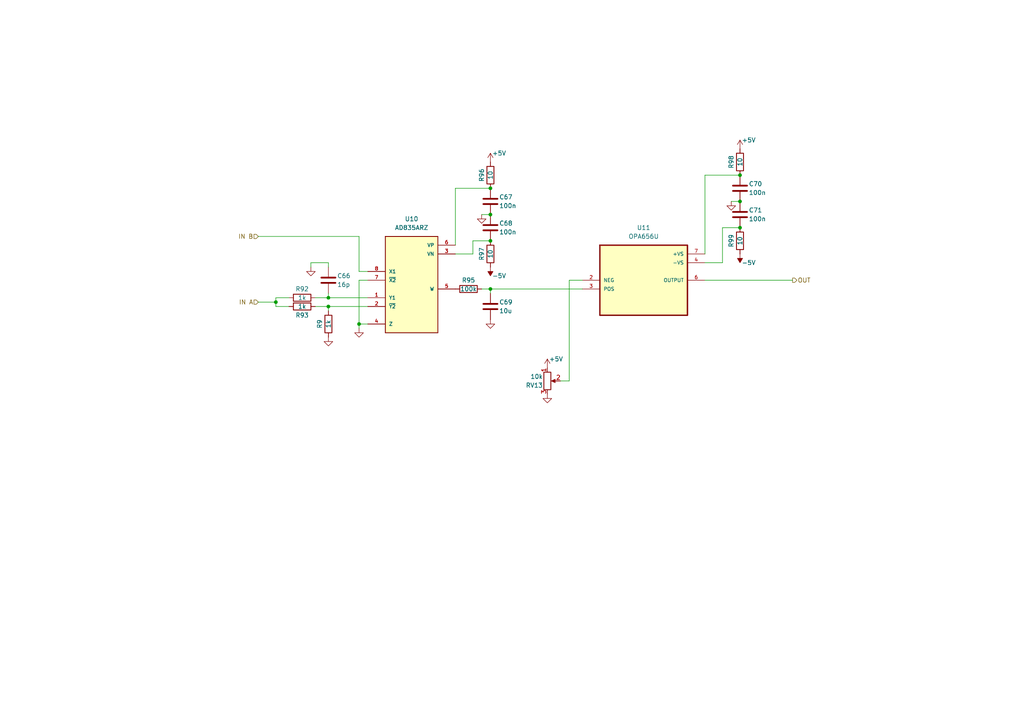
<source format=kicad_sch>
(kicad_sch (version 20230121) (generator eeschema)
  (paper "A4")
  (lib_symbols
    (symbol "AD835ARZ:AD835ARZ" (pin_names (offset 1.016))
      (property "Reference" "U" (at -7.6239 15.8832 0))
      (property "Value" "AD835ARZ" (at -7.6214 -15.2428 0))
      (symbol "AD835ARZ_0_0"
        (rectangle (start -7.62 -12.7) (end 7.62 15.24) (stroke (width 0.254)) (fill (type background)))
        (pin input line (at -12.7 -2.54 0) (length 5.08) (name "Y1") (number "1"))
        (pin input line (at -12.7 -5.08 0) (length 5.08) (name "~{Y2}") (number "2"))
        (pin power_in line (at 12.7 10.16 180) (length 5.08) (name "VN") (number "3"))
        (pin input line (at -12.7 -10.16 0) (length 5.08) (name "Z") (number "4"))
        (pin output line (at 12.7 0 180) (length 5.08) (name "W") (number "5"))
        (pin power_in line (at 12.7 12.7 180) (length 5.08) (name "VP") (number "6"))
        (pin input line (at -12.7 2.54 0) (length 5.08) (name "~{X2}") (number "7"))
        (pin input line (at -12.7 5.08 0) (length 5.08) (name "X1") (number "8"))
      )
    )
    (symbol "Device:C" (pin_numbers hide) (pin_names (offset 0.254))
      (property "Reference" "C" (at 0.635 2.54 0))
      (property "Value" "C" (at 0.635 -2.54 0))
      (symbol "C_0_1"
        (polyline (pts (xy -2.032 -0.762) (xy 2.032 -0.762)) (stroke (width 0.508)))
        (polyline (pts (xy -2.032 0.762) (xy 2.032 0.762)) (stroke (width 0.508)))
      )
      (symbol "C_1_1"
        (pin passive line (at 0 3.81 270) (length 2.794) (name "~") (number "1"))
        (pin passive line (at 0 -3.81 90) (length 2.794) (name "~") (number "2"))
      )
    )
    (symbol "Device:R" (pin_numbers hide) (pin_names (offset 0))
      (property "Reference" "R" (at 2.032 0 90))
      (property "Value" "R" (at 0 0 90))
      (symbol "R_0_1"
        (rectangle (start -1.016 -2.54) (end 1.016 2.54) (stroke (width 0.254)))
      )
      (symbol "R_1_1"
        (pin passive line (at 0 3.81 270) (length 1.27) (name "~") (number "1"))
        (pin passive line (at 0 -3.81 90) (length 1.27) (name "~") (number "2"))
      )
    )
    (symbol "Device:R_Potentiometer" (pin_names (offset 1.016) hide)
      (property "Reference" "RV" (at -4.445 0 90))
      (property "Value" "R_Potentiometer" (at -2.54 0 90))
      (symbol "R_Potentiometer_0_1"
        (polyline (pts (xy 2.54 0) (xy 1.524 0)))
        (polyline (pts (xy 1.143 0) (xy 2.286 0.508) (xy 2.286 -0.508) (xy 1.143 0)) (fill (type outline)))
        (rectangle (start 1.016 2.54) (end -1.016 -2.54) (stroke (width 0.254)))
      )
      (symbol "R_Potentiometer_1_1"
        (pin passive line (at 0 3.81 270) (length 1.27) (name "1") (number "1"))
        (pin passive line (at 3.81 0 180) (length 1.27) (name "2") (number "2"))
        (pin passive line (at 0 -3.81 90) (length 1.27) (name "3") (number "3"))
      )
    )
    (symbol "OPA656U:OPA656U" (pin_names (offset 1.016))
      (property "Reference" "U" (at -12.7 11.16 0))
      (property "Value" "OPA656U" (at -12.7 -14.16 0))
      (symbol "OPA656U_0_0"
        (rectangle (start -12.7 -10.16) (end 12.7 10.16) (stroke (width 0.41)) (fill (type background)))
        (pin input line (at -17.78 0 0) (length 5.08) (name "NEG") (number "2"))
        (pin input line (at -17.78 -2.54 0) (length 5.08) (name "POS") (number "3"))
        (pin power_in line (at 17.78 5.08 180) (length 5.08) (name "-VS") (number "4"))
        (pin output line (at 17.78 0 180) (length 5.08) (name "OUTPUT") (number "6"))
        (pin power_in line (at 17.78 7.62 180) (length 5.08) (name "+VS") (number "7"))
      )
    )
    (symbol "power:+5V" (power) (pin_names (offset 0))
      (property "Value" "+5V" (at 0 3.556 0))
      (symbol "+5V_0_1"
        (polyline (pts (xy -0.762 1.27) (xy 0 2.54)))
        (polyline (pts (xy 0 0) (xy 0 2.54)))
        (polyline (pts (xy 0 2.54) (xy 0.762 1.27)))
      )
      (symbol "+5V_1_1"
        (pin power_in line (at 0 0 90) (length 0) hide (name "+5V") (number "1"))
      )
    )
    (symbol "power:-5V" (power) (pin_names (offset 0))
      (property "Value" "-5V" (at 0 3.81 0))
      (symbol "-5V_0_0"
        (pin power_in line (at 0 0 90) (length 0) hide (name "-5V") (number "1"))
      )
      (symbol "-5V_0_1"
        (polyline (pts (xy 0 0) (xy 0 1.27) (xy 0.762 1.27) (xy 0 2.54) (xy -0.762 1.27) (xy 0 1.27)) (fill (type outline)))
      )
    )
    (symbol "power:GND" (power) (pin_names (offset 0))
      (property "Value" "GND" (at 0 -3.81 0))
      (symbol "GND_0_1"
        (polyline (pts (xy 0 0) (xy 0 -1.27) (xy 1.27 -1.27) (xy 0 -2.54) (xy -1.27 -1.27) (xy 0 -1.27)))
      )
      (symbol "GND_1_1"
        (pin power_in line (at 0 0 270) (length 0) hide (name "GND") (number "1"))
      )
    )
  )
  (junction (at 214.63 50.8))
  (junction (at 80.01 87.63))
  (junction (at 214.63 66.04))
  (junction (at 142.24 69.85))
  (junction (at 142.24 83.82))
  (junction (at 214.63 58.42))
  (junction (at 95.25 86.36))
  (junction (at 142.24 62.23))
  (junction (at 95.25 88.9))
  (junction (at 104.14 93.98))
  (junction (at 142.24 54.61))
  (wire (pts (xy 204.47 50.8) (xy 214.63 50.8)))
  (wire (pts (xy 95.25 88.9) (xy 95.25 90.17)))
  (wire (pts (xy 212.09 58.42) (xy 214.63 58.42)))
  (wire (pts (xy 91.44 88.9) (xy 95.25 88.9)))
  (wire (pts (xy 74.93 68.58) (xy 104.14 68.58)))
  (wire (pts (xy 80.01 87.63) (xy 80.01 88.9)))
  (wire (pts (xy 137.16 73.66) (xy 132.08 73.66)))
  (wire (pts (xy 165.1 110.49) (xy 165.1 81.28)))
  (wire (pts (xy 162.56 110.49) (xy 165.1 110.49)))
  (wire (pts (xy 142.24 83.82) (xy 142.24 85.09)))
  (wire (pts (xy 106.68 81.28) (xy 104.14 81.28)))
  (wire (pts (xy 132.08 54.61) (xy 142.24 54.61)))
  (wire (pts (xy 95.25 85.09) (xy 95.25 86.36)))
  (wire (pts (xy 142.24 83.82) (xy 168.91 83.82)))
  (wire (pts (xy 106.68 93.98) (xy 104.14 93.98)))
  (wire (pts (xy 204.47 81.28) (xy 229.87 81.28)))
  (wire (pts (xy 95.25 88.9) (xy 106.68 88.9)))
  (wire (pts (xy 80.01 88.9) (xy 83.82 88.9)))
  (wire (pts (xy 104.14 78.74) (xy 106.68 78.74)))
  (wire (pts (xy 209.55 66.04) (xy 214.63 66.04)))
  (wire (pts (xy 83.82 86.36) (xy 80.01 86.36)))
  (wire (pts (xy 95.25 77.47) (xy 95.25 76.2)))
  (wire (pts (xy 139.7 83.82) (xy 142.24 83.82)))
  (wire (pts (xy 90.17 76.2) (xy 95.25 76.2)))
  (wire (pts (xy 137.16 69.85) (xy 142.24 69.85)))
  (wire (pts (xy 104.14 81.28) (xy 104.14 93.98)))
  (wire (pts (xy 74.93 87.63) (xy 80.01 87.63)))
  (wire (pts (xy 165.1 81.28) (xy 168.91 81.28)))
  (wire (pts (xy 104.14 68.58) (xy 104.14 78.74)))
  (wire (pts (xy 204.47 50.8) (xy 204.47 73.66)))
  (wire (pts (xy 132.08 54.61) (xy 132.08 71.12)))
  (wire (pts (xy 209.55 66.04) (xy 209.55 76.2)))
  (wire (pts (xy 90.17 76.2) (xy 90.17 77.47)))
  (wire (pts (xy 139.7 62.23) (xy 142.24 62.23)))
  (wire (pts (xy 95.25 86.36) (xy 106.68 86.36)))
  (wire (pts (xy 104.14 93.98) (xy 104.14 95.25)))
  (wire (pts (xy 137.16 69.85) (xy 137.16 73.66)))
  (wire (pts (xy 80.01 86.36) (xy 80.01 87.63)))
  (wire (pts (xy 209.55 76.2) (xy 204.47 76.2)))
  (wire (pts (xy 91.44 86.36) (xy 95.25 86.36)))
  (hierarchical_label "IN B" (shape input) (at 74.93 68.58 180))
  (hierarchical_label "IN A" (shape input) (at 74.93 87.63 180))
  (hierarchical_label "OUT" (shape output) (at 229.87 81.28 0))
  (symbol (lib_id "Device:C") (at 142.24 66.04 0) (unit 1)
    (property "Reference" "C68" (at 144.78 64.77 0) (effects (justify left)))
    (property "Value" "100n" (at 144.78 67.31 0) (effects (justify left)))
    (property "Footprint" "Capacitor_SMD:C_1206_3216Metric" (effects hide))
  )
  (symbol (lib_id "Device:C") (at 142.24 58.42 0) (unit 1)
    (property "Reference" "C67" (at 144.78 57.15 0) (effects (justify left)))
    (property "Value" "100n" (at 144.78 59.69 0) (effects (justify left)))
    (property "Footprint" "Capacitor_SMD:C_1206_3216Metric" (effects hide))
  )
  (symbol (lib_id "Device:R") (at 142.24 50.8 180) (unit 1)
    (property "Reference" "R96" (at 139.7 50.8 90))
    (property "Value" "10" (at 142.24 50.8 90))
    (property "Footprint" "Resistor_SMD:R_1206_3216Metric_Pad1.30x1.75mm_HandSolder" (effects hide))
  )
  (symbol (lib_id "Device:R") (at 95.25 93.98 180) (unit 1)
    (property "Reference" "R9" (at 92.71 93.98 90))
    (property "Value" "1k" (at 95.25 93.98 90))
    (property "Footprint" "Resistor_SMD:R_1206_3216Metric_Pad1.30x1.75mm_HandSolder" (effects hide))
  )
  (symbol (lib_id "Device:R") (at 214.63 46.99 180) (unit 1)
    (property "Reference" "R98" (at 212.09 46.99 90))
    (property "Value" "10" (at 214.63 46.99 90))
    (property "Footprint" "Resistor_SMD:R_1206_3216Metric_Pad1.30x1.75mm_HandSolder" (effects hide))
  )
  (symbol (lib_id "Device:R") (at 87.63 86.36 90) (unit 1)
    (property "Reference" "R92" (at 87.63 83.82 90))
    (property "Value" "1k" (at 87.63 86.36 90))
    (property "Footprint" "Resistor_SMD:R_1206_3216Metric_Pad1.30x1.75mm_HandSolder" (effects hide))
  )
  (symbol (lib_id "power:GND") (at 212.09 58.42 0) (unit 1)
    (property "Reference" "#PWR074" (effects hide))
    (property "Value" "GND" (effects hide))
  )
  (symbol (lib_id "power:GND") (at 95.25 97.79 0) (unit 1)
    (property "Reference" "#PWR066" (effects hide))
    (property "Value" "GND" (effects hide))
  )
  (symbol (lib_id "power:GND") (at 90.17 77.47 0) (unit 1)
    (property "Reference" "#PWR065" (effects hide))
    (property "Value" "GND" (effects hide))
  )
  (symbol (lib_id "power:+5V") (at 214.63 43.18 0) (unit 1)
    (property "Reference" "#PWR075" (effects hide))
    (property "Value" "+5V" (at 217.17 40.64 0))
  )
  (symbol (lib_id "Device:C") (at 142.24 88.9 0) (unit 1)
    (property "Reference" "C69" (at 144.78 87.63 0) (effects (justify left)))
    (property "Value" "10u" (at 144.78 90.17 0) (effects (justify left)))
    (property "Footprint" "Capacitor_SMD:C_1210_3225Metric" (effects hide))
  )
  (symbol (lib_id "power:+5V") (at 158.75 106.68 0) (unit 1)
    (property "Reference" "#PWR072" (effects hide))
    (property "Value" "+5V" (at 161.29 104.14 0))
  )
  (symbol (lib_id "Device:C") (at 214.63 54.61 0) (unit 1)
    (property "Reference" "C70" (at 217.17 53.34 0) (effects (justify left)))
    (property "Value" "100n" (at 217.17 55.88 0) (effects (justify left)))
    (property "Footprint" "Capacitor_SMD:C_1206_3216Metric" (effects hide))
  )
  (symbol (lib_id "Device:C") (at 95.25 81.28 0) (unit 1)
    (property "Reference" "C66" (at 97.79 80.01 0) (effects (justify left)))
    (property "Value" "16p" (at 97.79 82.55 0) (effects (justify left)))
    (property "Footprint" "Capacitor_SMD:C_1206_3216Metric" (effects hide))
  )
  (symbol (lib_id "Device:R") (at 135.89 83.82 90) (unit 1)
    (property "Reference" "R95" (at 135.89 81.28 90))
    (property "Value" "100k" (at 135.89 83.82 90))
    (property "Footprint" "Resistor_SMD:R_1206_3216Metric_Pad1.30x1.75mm_HandSolder" (effects hide))
  )
  (symbol (lib_id "Device:R") (at 142.24 73.66 180) (unit 1)
    (property "Reference" "R97" (at 139.7 73.66 90))
    (property "Value" "10" (at 142.24 73.66 90))
    (property "Footprint" "Resistor_SMD:R_1206_3216Metric_Pad1.30x1.75mm_HandSolder" (effects hide))
  )
  (symbol (lib_id "Device:R") (at 87.63 88.9 90) (unit 1)
    (property "Reference" "R93" (at 87.63 91.44 90))
    (property "Value" "1k" (at 87.63 88.9 90))
    (property "Footprint" "Resistor_SMD:R_1206_3216Metric_Pad1.30x1.75mm_HandSolder" (effects hide))
  )
  (symbol (lib_id "power:GND") (at 104.14 95.25 0) (unit 1)
    (property "Reference" "#PWR067" (effects hide))
    (property "Value" "GND" (effects hide))
  )
  (symbol (lib_id "power:-5V") (at 214.63 73.66 180) (unit 1)
    (property "Reference" "#PWR076" (effects hide))
    (property "Value" "-5V" (at 217.17 76.2 0))
  )
  (symbol (lib_id "power:-5V") (at 142.24 77.47 180) (unit 1)
    (property "Reference" "#PWR070" (effects hide))
    (property "Value" "-5V" (at 144.78 80.01 0))
  )
  (symbol (lib_id "Device:R_Potentiometer") (at 158.75 110.49 0) (unit 1)
    (property "Reference" "RV13" (at 157.48 111.76 0) (effects (justify right)))
    (property "Value" "10k" (at 157.48 109.22 0) (effects (justify right)))
    (property "Footprint" "Potentiometer_THT:Potentiometer_Bourns_3296Y_Vertical" (effects hide))
  )
  (symbol (lib_id "power:+5V") (at 142.24 46.99 0) (unit 1)
    (property "Reference" "#PWR069" (effects hide))
    (property "Value" "+5V" (at 144.78 44.45 0))
  )
  (symbol (lib_id "Device:R") (at 214.63 69.85 180) (unit 1)
    (property "Reference" "R99" (at 212.09 69.85 90))
    (property "Value" "10" (at 214.63 69.85 90))
    (property "Footprint" "Resistor_SMD:R_1206_3216Metric_Pad1.30x1.75mm_HandSolder" (effects hide))
  )
  (symbol (lib_id "power:GND") (at 142.24 92.71 0) (unit 1)
    (property "Reference" "#PWR071" (effects hide))
    (property "Value" "GND" (effects hide))
  )
  (symbol (lib_id "power:GND") (at 139.7 62.23 0) (unit 1)
    (property "Reference" "#PWR068" (effects hide))
    (property "Value" "GND" (effects hide))
  )
  (symbol (lib_id "OPA656U:OPA656U") (at 186.69 81.28 0) (unit 1)
    (property "Reference" "U11" (at 186.69 66.04 0))
    (property "Value" "OPA656U" (at 186.69 68.58 0))
    (property "Footprint" "Package_SO:SOIC-8_3.9x4.9mm_P1.27mm" (effects hide))
    (property "MF" "Texas Instruments" (effects hide))
    (property "Description" "\n                        \n                            Wideband, Unity Gain Stable FET-Input Operational Amplifier\n                        \n" (effects hide))
    (property "Package" "SOIC-8 Texas Instruments" (effects hide))
    (property "Price" "None" (effects hide))
    (property "SnapEDA_Link" "https://www.snapeda.com/parts/OPA656U/Texas+Instruments/view-part/?ref=snap" (effects hide))
    (property "MP" "OPA656U" (effects hide))
    (property "Availability" "In Stock" (effects hide))
    (property "Check_prices" "https://www.snapeda.com/parts/OPA656U/Texas+Instruments/view-part/?ref=eda" (effects hide))
  )
  (symbol (lib_id "AD835ARZ:AD835ARZ") (at 119.38 83.82 0) (unit 1)
    (property "Reference" "U10" (at 119.38 63.5 0))
    (property "Value" "AD835ARZ" (at 119.38 66.04 0))
    (property "Footprint" "Package_SO:SOIC-8_3.9x4.9mm_P1.27mm" (effects hide))
    (property "MF" "Analog Devices" (effects hide))
    (property "Description" "\n                        \n                            250 MHz, Voltage Output 4-Quadrant Multiplier\n                        \n" (effects hide))
    (property "PACKAGE" "SOIC-8" (effects hide))
    (property "Price" "None" (effects hide))
    (property "Package" "SOIC-8 Analog Devices" (effects hide))
    (property "Check_prices" "https://www.snapeda.com/parts/AD835ARZ/Analog+Devices/view-part/?ref=eda" (effects hide))
    (property "STANDARD" "IPC-7351B" (effects hide))
    (property "PARTREV" "E" (effects hide))
    (property "SnapEDA_Link" "https://www.snapeda.com/parts/AD835ARZ/Analog+Devices/view-part/?ref=snap" (effects hide))
    (property "MP" "AD835ARZ" (effects hide))
    (property "Availability" "In Stock" (effects hide))
    (property "MANUFACTURER" "Analog Devices" (effects hide))
  )
  (symbol (lib_id "Device:C") (at 214.63 62.23 0) (unit 1)
    (property "Reference" "C71" (at 217.17 60.96 0) (effects (justify left)))
    (property "Value" "100n" (at 217.17 63.5 0) (effects (justify left)))
    (property "Footprint" "Capacitor_SMD:C_1206_3216Metric" (effects hide))
  )
  (symbol (lib_id "power:GND") (at 158.75 114.3 0) (unit 1)
    (property "Reference" "#PWR073" (effects hide))
    (property "Value" "GND" (effects hide))
  )
)
</source>
